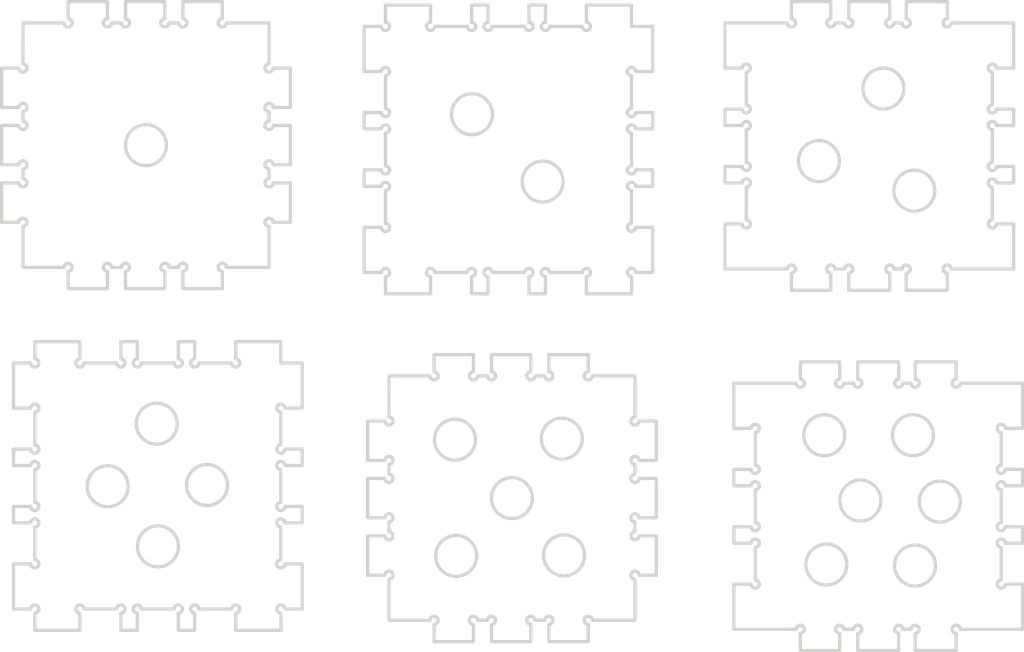
<source format=kicad_pcb>
(kicad_pcb (version 20171130) (host pcbnew "(5.1.2-1)-1")

  (general
    (thickness 1.6)
    (drawings 501)
    (tracks 0)
    (zones 0)
    (modules 0)
    (nets 1)
  )

  (page A4)
  (layers
    (0 F.Cu signal)
    (31 B.Cu signal)
    (32 B.Adhes user)
    (33 F.Adhes user)
    (34 B.Paste user)
    (35 F.Paste user)
    (36 B.SilkS user)
    (37 F.SilkS user)
    (38 B.Mask user)
    (39 F.Mask user)
    (40 Dwgs.User user)
    (41 Cmts.User user)
    (42 Eco1.User user)
    (43 Eco2.User user)
    (44 Edge.Cuts user)
    (45 Margin user)
    (46 B.CrtYd user)
    (47 F.CrtYd user)
    (48 B.Fab user)
    (49 F.Fab user)
  )

  (setup
    (last_trace_width 0.25)
    (trace_clearance 0.2)
    (zone_clearance 0.508)
    (zone_45_only no)
    (trace_min 0.2)
    (via_size 0.8)
    (via_drill 0.4)
    (via_min_size 0.4)
    (via_min_drill 0.3)
    (uvia_size 0.3)
    (uvia_drill 0.1)
    (uvias_allowed no)
    (uvia_min_size 0.2)
    (uvia_min_drill 0.1)
    (edge_width 0.05)
    (segment_width 0.2)
    (pcb_text_width 0.3)
    (pcb_text_size 1.5 1.5)
    (mod_edge_width 0.12)
    (mod_text_size 1 1)
    (mod_text_width 0.15)
    (pad_size 1.524 1.524)
    (pad_drill 0.762)
    (pad_to_mask_clearance 0.051)
    (solder_mask_min_width 0.25)
    (aux_axis_origin 60.96 111.76)
    (visible_elements FFFFFF7F)
    (pcbplotparams
      (layerselection 0x01000_7ffffffe)
      (usegerberextensions false)
      (usegerberattributes false)
      (usegerberadvancedattributes false)
      (creategerberjobfile false)
      (excludeedgelayer true)
      (linewidth 0.100000)
      (plotframeref false)
      (viasonmask false)
      (mode 1)
      (useauxorigin false)
      (hpglpennumber 1)
      (hpglpenspeed 20)
      (hpglpendiameter 15.000000)
      (psnegative false)
      (psa4output false)
      (plotreference true)
      (plotvalue true)
      (plotinvisibletext false)
      (padsonsilk false)
      (subtractmaskfromsilk false)
      (outputformat 1)
      (mirror false)
      (drillshape 0)
      (scaleselection 1)
      (outputdirectory "./dice5-15"))
  )

  (net 0 "")

  (net_class Default "This is the default net class."
    (clearance 0.2)
    (trace_width 0.25)
    (via_dia 0.8)
    (via_drill 0.4)
    (uvia_dia 0.3)
    (uvia_drill 0.1)
  )

  (gr_arc (start 113.984136 90.545166) (end 113.734136 90.545166) (angle -270) (layer Edge.Cuts) (width 0.2))
  (gr_line (start 113.984136 89.245166) (end 113.984136 90.295166) (layer Edge.Cuts) (width 0.2))
  (gr_line (start 113.984136 89.245166) (end 116.384136 89.245166) (layer Edge.Cuts) (width 0.2))
  (gr_line (start 116.384136 89.245166) (end 116.384136 90.295166) (layer Edge.Cuts) (width 0.2))
  (gr_arc (start 116.384136 90.545166) (end 116.384136 90.295166) (angle -270) (layer Edge.Cuts) (width 0.2))
  (gr_line (start 116.634136 90.545166) (end 117.234136 90.545166) (layer Edge.Cuts) (width 0.2))
  (gr_arc (start 126.234142 93.295166) (end 126.484142 93.295166) (angle -270.0000744) (layer Edge.Cuts) (width 0.2))
  (gr_line (start 126.484146 95.795166) (end 127.534142 95.795166) (layer Edge.Cuts) (width 0.2))
  (gr_line (start 127.534142 95.795166) (end 127.534142 96.79635) (layer Edge.Cuts) (width 0.2))
  (gr_line (start 126.481638 96.79635) (end 127.534142 96.79635) (layer Edge.Cuts) (width 0.2))
  (gr_arc (start 126.231638 96.79635) (end 126.481638 96.79635) (angle -270) (layer Edge.Cuts) (width 0.2))
  (gr_line (start 126.231638 97.04635) (end 126.231638 99.04635) (layer Edge.Cuts) (width 0.2))
  (gr_arc (start 126.231638 99.29635) (end 126.231638 99.04635) (angle -270) (layer Edge.Cuts) (width 0.2))
  (gr_line (start 126.481638 99.29635) (end 127.534142 99.29635) (layer Edge.Cuts) (width 0.2))
  (gr_line (start 127.534142 99.29635) (end 127.534142 100.29635) (layer Edge.Cuts) (width 0.2))
  (gr_line (start 126.481638 100.29635) (end 127.534142 100.29635) (layer Edge.Cuts) (width 0.2))
  (gr_arc (start 126.231638 100.29635) (end 126.481638 100.29635) (angle -270) (layer Edge.Cuts) (width 0.2))
  (gr_line (start 126.231638 100.54635) (end 126.231638 102.54635) (layer Edge.Cuts) (width 0.2))
  (gr_arc (start 126.231638 102.79635) (end 126.231638 102.54635) (angle -270) (layer Edge.Cuts) (width 0.2))
  (gr_line (start 126.481638 102.79635) (end 127.534142 102.79635) (layer Edge.Cuts) (width 0.2))
  (gr_line (start 127.534142 105.54635) (end 127.534142 102.79635) (layer Edge.Cuts) (width 0.2))
  (gr_line (start 123.731638 105.54635) (end 127.534142 105.54635) (layer Edge.Cuts) (width 0.2))
  (gr_line (start 120.981638 105.79635) (end 120.981638 106.84635) (layer Edge.Cuts) (width 0.2))
  (gr_arc (start 120.981638 105.54635) (end 120.981638 105.79635) (angle -270) (layer Edge.Cuts) (width 0.2))
  (gr_line (start 120.233647 105.54635) (end 120.731638 105.54635) (layer Edge.Cuts) (width 0.2))
  (gr_arc (start 119.983647 105.54635) (end 120.233647 105.54635) (angle -270) (layer Edge.Cuts) (width 0.2))
  (gr_line (start 119.983647 105.79635) (end 119.983647 106.84635) (layer Edge.Cuts) (width 0.2))
  (gr_line (start 117.483647 106.84635) (end 119.983647 106.84635) (layer Edge.Cuts) (width 0.2))
  (gr_line (start 117.483647 105.79635) (end 117.483647 106.84635) (layer Edge.Cuts) (width 0.2))
  (gr_arc (start 117.483647 105.54635) (end 117.483647 105.79635) (angle -270) (layer Edge.Cuts) (width 0.2))
  (gr_arc (start 123.484136 90.545166) (end 123.484136 90.295166) (angle -270) (layer Edge.Cuts) (width 0.2))
  (gr_line (start 123.734136 90.545166) (end 127.534142 90.545166) (layer Edge.Cuts) (width 0.2))
  (gr_circle (center 115.444238 93.714208) (end 116.694238 93.714208) (layer Edge.Cuts) (width 0.2))
  (gr_line (start 116.633647 105.54635) (end 117.233647 105.54635) (layer Edge.Cuts) (width 0.2))
  (gr_arc (start 116.383647 105.54635) (end 116.633647 105.54635) (angle -270) (layer Edge.Cuts) (width 0.2))
  (gr_line (start 116.383647 105.79635) (end 116.383647 106.84635) (layer Edge.Cuts) (width 0.2))
  (gr_circle (center 120.852022 93.714208) (end 122.102022 93.714208) (layer Edge.Cuts) (width 0.2))
  (gr_line (start 117.484136 89.245166) (end 119.984136 89.245166) (layer Edge.Cuts) (width 0.2))
  (gr_line (start 119.984136 89.245166) (end 119.984136 90.295166) (layer Edge.Cuts) (width 0.2))
  (gr_line (start 126.484142 93.295166) (end 127.534142 93.295166) (layer Edge.Cuts) (width 0.2))
  (gr_line (start 113.983647 106.84635) (end 116.383647 106.84635) (layer Edge.Cuts) (width 0.2))
  (gr_line (start 113.983647 105.79635) (end 113.983647 106.84635) (layer Edge.Cuts) (width 0.2))
  (gr_arc (start 113.983647 105.54635) (end 113.983647 105.79635) (angle -270) (layer Edge.Cuts) (width 0.2))
  (gr_line (start 111.231638 105.54635) (end 113.733647 105.54635) (layer Edge.Cuts) (width 0.2))
  (gr_line (start 109.931638 105.54635) (end 111.231638 105.54635) (layer Edge.Cuts) (width 0.2))
  (gr_line (start 109.931638 102.796349) (end 109.931638 105.54635) (layer Edge.Cuts) (width 0.2))
  (gr_line (start 110.981638 102.796349) (end 109.931638 102.796349) (layer Edge.Cuts) (width 0.2))
  (gr_arc (start 111.231638 102.796349) (end 110.981638 102.796349) (angle -269.9671035) (layer Edge.Cuts) (width 0.2))
  (gr_line (start 111.23293 100.546349) (end 111.231781 102.546349) (layer Edge.Cuts) (width 0.2))
  (gr_arc (start 111.233073 100.296349) (end 111.23293 100.546349) (angle -270.0328965) (layer Edge.Cuts) (width 0.2))
  (gr_line (start 110.983073 100.296349) (end 109.933073 100.296349) (layer Edge.Cuts) (width 0.2))
  (gr_line (start 109.933647 99.296349) (end 109.933073 100.296349) (layer Edge.Cuts) (width 0.2))
  (gr_line (start 110.983073 99.296349) (end 109.933647 99.296349) (layer Edge.Cuts) (width 0.2))
  (gr_arc (start 111.233073 99.296349) (end 110.983073 99.296349) (angle -270.0042339) (layer Edge.Cuts) (width 0.2))
  (gr_line (start 111.232907 97.046349) (end 111.233055 99.046349) (layer Edge.Cuts) (width 0.2))
  (gr_arc (start 126.234146 95.795166) (end 126.234145 95.545166) (angle -269.9999256) (layer Edge.Cuts) (width 0.2))
  (gr_line (start 126.234143 93.545166) (end 126.234145 95.545166) (layer Edge.Cuts) (width 0.2))
  (gr_line (start 110.981634 93.295166) (end 109.931638 93.295166) (layer Edge.Cuts) (width 0.2))
  (gr_line (start 109.931638 90.545166) (end 109.931638 93.295166) (layer Edge.Cuts) (width 0.2))
  (gr_line (start 109.931638 90.545166) (end 113.734136 90.545166) (layer Edge.Cuts) (width 0.2))
  (gr_arc (start 119.984136 90.545166) (end 119.984136 90.295166) (angle -270) (layer Edge.Cuts) (width 0.2))
  (gr_line (start 120.234136 90.545166) (end 120.734136 90.545166) (layer Edge.Cuts) (width 0.2))
  (gr_circle (center 120.977785 101.662881) (end 122.227785 101.662881) (layer Edge.Cuts) (width 0.2))
  (gr_arc (start 117.484136 90.545166) (end 117.234136 90.545166) (angle -270) (layer Edge.Cuts) (width 0.2))
  (gr_line (start 117.484136 89.245166) (end 117.484136 90.295166) (layer Edge.Cuts) (width 0.2))
  (gr_circle (center 122.486934 97.764246) (end 123.736934 97.764246) (layer Edge.Cuts) (width 0.2))
  (gr_line (start 120.984136 89.245166) (end 123.484136 89.245166) (layer Edge.Cuts) (width 0.2))
  (gr_line (start 123.484136 89.245166) (end 123.484136 90.295166) (layer Edge.Cuts) (width 0.2))
  (gr_line (start 127.534142 90.545166) (end 127.534142 93.295166) (layer Edge.Cuts) (width 0.2))
  (gr_arc (start 111.232888 96.796349) (end 111.232907 97.046349) (angle -269.9957661) (layer Edge.Cuts) (width 0.2))
  (gr_line (start 110.982888 96.796349) (end 109.932888 96.796349) (layer Edge.Cuts) (width 0.2))
  (gr_line (start 109.931638 95.796349) (end 109.932888 96.796349) (layer Edge.Cuts) (width 0.2))
  (gr_line (start 110.981638 95.796349) (end 109.931638 95.796349) (layer Edge.Cuts) (width 0.2))
  (gr_arc (start 111.231638 95.796349) (end 110.981638 95.796349) (angle -270.0000744) (layer Edge.Cuts) (width 0.2))
  (gr_line (start 111.231635 93.545166) (end 111.231637 95.546349) (layer Edge.Cuts) (width 0.2))
  (gr_arc (start 111.231634 93.295166) (end 111.231635 93.545166) (angle -269.9999256) (layer Edge.Cuts) (width 0.2))
  (gr_arc (start 120.984136 90.545166) (end 120.734136 90.545166) (angle -270) (layer Edge.Cuts) (width 0.2))
  (gr_line (start 120.984136 89.245166) (end 120.984136 90.295166) (layer Edge.Cuts) (width 0.2))
  (gr_arc (start 123.481638 105.54635) (end 123.731638 105.54635) (angle -270) (layer Edge.Cuts) (width 0.2))
  (gr_line (start 123.481638 105.79635) (end 123.481638 106.84635) (layer Edge.Cuts) (width 0.2))
  (gr_line (start 120.981638 106.84635) (end 123.481638 106.84635) (layer Edge.Cuts) (width 0.2))
  (gr_circle (center 117.64508 97.701365) (end 118.89508 97.701365) (layer Edge.Cuts) (width 0.2))
  (gr_circle (center 115.57 101.6) (end 116.82 101.6) (layer Edge.Cuts) (width 0.2))
  (gr_line (start 91.652501 106.3) (end 94.052501 106.3) (layer Edge.Cuts) (width 0.2))
  (gr_line (start 91.652501 105.25) (end 91.652501 106.3) (layer Edge.Cuts) (width 0.2))
  (gr_line (start 97.552501 88.800001) (end 97.552501 89.850001) (layer Edge.Cuts) (width 0.2))
  (gr_line (start 88.65 95.25) (end 87.6 95.25) (layer Edge.Cuts) (width 0.2))
  (gr_line (start 101.302501 90.100001) (end 103.902501 90.100001) (layer Edge.Cuts) (width 0.2))
  (gr_arc (start 101.052501 90.100001) (end 101.052501 89.850001) (angle -270) (layer Edge.Cuts) (width 0.2))
  (gr_line (start 95.152501 88.800001) (end 95.152501 89.850001) (layer Edge.Cuts) (width 0.2))
  (gr_line (start 88.65125 96.35) (end 87.60125 96.35) (layer Edge.Cuts) (width 0.2))
  (gr_arc (start 88.90125 96.35) (end 88.65125 96.35) (angle -270.0651423) (layer Edge.Cuts) (width 0.2))
  (gr_line (start 88.65 92.85) (end 87.6 92.85) (layer Edge.Cuts) (width 0.2))
  (gr_circle (center 92.92585 93.98749) (end 94.17585 93.98749) (layer Edge.Cuts) (width 0.2))
  (gr_line (start 88.902501 102.5) (end 88.902501 105) (layer Edge.Cuts) (width 0.2))
  (gr_arc (start 88.902501 102.25) (end 88.902501 102.5) (angle -270) (layer Edge.Cuts) (width 0.2))
  (gr_line (start 105.202501 92.85) (end 105.202501 95.25) (layer Edge.Cuts) (width 0.2))
  (gr_line (start 104.152501 95.25) (end 105.202501 95.25) (layer Edge.Cuts) (width 0.2))
  (gr_arc (start 103.902501 95.25) (end 104.152501 95.25) (angle -270) (layer Edge.Cuts) (width 0.2))
  (gr_line (start 103.902501 95.5) (end 103.902501 96.1) (layer Edge.Cuts) (width 0.2))
  (gr_arc (start 103.902501 96.35) (end 103.902501 96.1) (angle -270) (layer Edge.Cuts) (width 0.2))
  (gr_line (start 104.152501 96.35) (end 105.202501 96.35) (layer Edge.Cuts) (width 0.2))
  (gr_line (start 88.65125 98.75) (end 87.60125 98.75) (layer Edge.Cuts) (width 0.2))
  (gr_line (start 87.60125 98.75) (end 87.60125 96.35) (layer Edge.Cuts) (width 0.2))
  (gr_circle (center 93.000358 101.07259) (end 94.250358 101.07259) (layer Edge.Cuts) (width 0.2))
  (gr_circle (center 99.44034 93.92343) (end 100.69034 93.92343) (layer Edge.Cuts) (width 0.2))
  (gr_line (start 94.052501 88.800001) (end 94.052501 89.850001) (layer Edge.Cuts) (width 0.2))
  (gr_line (start 103.902501 90.100001) (end 103.902501 92.6) (layer Edge.Cuts) (width 0.2))
  (gr_arc (start 103.902501 92.85) (end 103.902501 92.6) (angle -270) (layer Edge.Cuts) (width 0.2))
  (gr_arc (start 91.652501 105) (end 91.652501 105.25) (angle -270) (layer Edge.Cuts) (width 0.2))
  (gr_line (start 88.902501 105) (end 91.402501 105) (layer Edge.Cuts) (width 0.2))
  (gr_line (start 88.901535 99) (end 88.902217 99.6) (layer Edge.Cuts) (width 0.2))
  (gr_arc (start 88.90125 98.75) (end 88.901535 99) (angle -269.9348577) (layer Edge.Cuts) (width 0.2))
  (gr_line (start 94.302501 90.100001) (end 94.902501 90.100001) (layer Edge.Cuts) (width 0.2))
  (gr_line (start 91.652501 88.800001) (end 94.052501 88.800001) (layer Edge.Cuts) (width 0.2))
  (gr_arc (start 94.052501 90.100001) (end 94.052501 89.850001) (angle -270) (layer Edge.Cuts) (width 0.2))
  (gr_line (start 87.6 95.25) (end 87.6 92.85) (layer Edge.Cuts) (width 0.2))
  (gr_circle (center 96.398723 97.549832) (end 97.648723 97.549832) (layer Edge.Cuts) (width 0.2))
  (gr_line (start 101.302501 105) (end 103.902501 105) (layer Edge.Cuts) (width 0.2))
  (gr_arc (start 101.052501 105) (end 101.302501 105) (angle -270) (layer Edge.Cuts) (width 0.2))
  (gr_line (start 101.052501 105.25) (end 101.052501 106.3) (layer Edge.Cuts) (width 0.2))
  (gr_line (start 98.652501 106.3) (end 101.052501 106.3) (layer Edge.Cuts) (width 0.2))
  (gr_line (start 98.652501 105.25) (end 98.652501 106.3) (layer Edge.Cuts) (width 0.2))
  (gr_arc (start 98.652501 105) (end 98.652501 105.25) (angle -270) (layer Edge.Cuts) (width 0.2))
  (gr_line (start 97.802501 105) (end 98.402501 105) (layer Edge.Cuts) (width 0.2))
  (gr_arc (start 97.552501 105) (end 97.802501 105) (angle -270) (layer Edge.Cuts) (width 0.2))
  (gr_line (start 97.552501 105.25) (end 97.552501 106.3) (layer Edge.Cuts) (width 0.2))
  (gr_line (start 103.902501 99) (end 103.902501 99.6) (layer Edge.Cuts) (width 0.2))
  (gr_arc (start 103.902501 99.85) (end 103.902501 99.6) (angle -270) (layer Edge.Cuts) (width 0.2))
  (gr_line (start 104.152501 99.85) (end 105.202501 99.85) (layer Edge.Cuts) (width 0.2))
  (gr_line (start 105.202501 99.85) (end 105.202501 102.25) (layer Edge.Cuts) (width 0.2))
  (gr_line (start 104.152501 102.25) (end 105.202501 102.25) (layer Edge.Cuts) (width 0.2))
  (gr_arc (start 103.902501 102.25) (end 104.152501 102.25) (angle -270) (layer Edge.Cuts) (width 0.2))
  (gr_line (start 103.902501 102.5) (end 103.902501 105) (layer Edge.Cuts) (width 0.2))
  (gr_line (start 101.052501 88.800001) (end 101.052501 89.850001) (layer Edge.Cuts) (width 0.2))
  (gr_line (start 88.652501 102.25) (end 87.602501 102.25) (layer Edge.Cuts) (width 0.2))
  (gr_line (start 87.602501 102.25) (end 87.602501 99.85) (layer Edge.Cuts) (width 0.2))
  (gr_line (start 104.152501 92.85) (end 105.202501 92.85) (layer Edge.Cuts) (width 0.2))
  (gr_line (start 105.202501 96.35) (end 105.202501 98.75) (layer Edge.Cuts) (width 0.2))
  (gr_line (start 104.152501 98.75) (end 105.202501 98.75) (layer Edge.Cuts) (width 0.2))
  (gr_arc (start 103.902501 98.75) (end 104.152501 98.75) (angle -270) (layer Edge.Cuts) (width 0.2))
  (gr_line (start 88.900284 95.5) (end 88.900966 96.1) (layer Edge.Cuts) (width 0.2))
  (gr_line (start 88.652501 99.85) (end 87.602501 99.85) (layer Edge.Cuts) (width 0.2))
  (gr_arc (start 88.902501 99.85) (end 88.652501 99.85) (angle -270.0651423) (layer Edge.Cuts) (width 0.2))
  (gr_line (start 88.902501 90.100001) (end 88.900227 92.6) (layer Edge.Cuts) (width 0.2))
  (gr_arc (start 88.9 92.85) (end 88.65 92.85) (angle -269.9478862) (layer Edge.Cuts) (width 0.2))
  (gr_line (start 97.802501 90.100001) (end 98.402501 90.100001) (layer Edge.Cuts) (width 0.2))
  (gr_line (start 98.652501 88.800001) (end 101.052501 88.800001) (layer Edge.Cuts) (width 0.2))
  (gr_arc (start 95.152501 90.100001) (end 94.902501 90.100001) (angle -270) (layer Edge.Cuts) (width 0.2))
  (gr_circle (center 99.575861 101.039908) (end 100.825861 101.039908) (layer Edge.Cuts) (width 0.2))
  (gr_line (start 95.152501 88.800001) (end 97.552501 88.800001) (layer Edge.Cuts) (width 0.2))
  (gr_arc (start 97.552501 90.100001) (end 97.552501 89.850001) (angle -270) (layer Edge.Cuts) (width 0.2))
  (gr_line (start 95.152501 106.3) (end 97.552501 106.3) (layer Edge.Cuts) (width 0.2))
  (gr_line (start 95.152501 105.25) (end 95.152501 106.3) (layer Edge.Cuts) (width 0.2))
  (gr_arc (start 91.652501 90.100001) (end 91.402501 90.100001) (angle -270) (layer Edge.Cuts) (width 0.2))
  (gr_arc (start 95.152501 105) (end 95.152501 105.25) (angle -270) (layer Edge.Cuts) (width 0.2))
  (gr_line (start 94.302501 105) (end 94.902501 105) (layer Edge.Cuts) (width 0.2))
  (gr_arc (start 94.052501 105) (end 94.302501 105) (angle -270) (layer Edge.Cuts) (width 0.2))
  (gr_line (start 94.052501 105.25) (end 94.052501 106.3) (layer Edge.Cuts) (width 0.2))
  (gr_line (start 91.652501 88.800001) (end 91.652501 89.850001) (layer Edge.Cuts) (width 0.2))
  (gr_line (start 88.902501 90.100001) (end 91.402501 90.100001) (layer Edge.Cuts) (width 0.2))
  (gr_line (start 98.652501 88.800001) (end 98.652501 89.850001) (layer Edge.Cuts) (width 0.2))
  (gr_arc (start 98.652501 90.100001) (end 98.402501 90.100001) (angle -270) (layer Edge.Cuts) (width 0.2))
  (gr_arc (start 88.9 95.25) (end 88.900284 95.5) (angle -269.9348577) (layer Edge.Cuts) (width 0.2))
  (gr_line (start 82.56 101.56) (end 83.61 101.56) (layer Edge.Cuts) (width 0.2))
  (gr_line (start 83.61 101.56) (end 83.61 104.310465) (layer Edge.Cuts) (width 0.2))
  (gr_line (start 83.61 104.310465) (end 82.56 104.310465) (layer Edge.Cuts) (width 0.2))
  (gr_arc (start 82.31 104.310465) (end 82.56 104.310465) (angle -270.8100721) (layer Edge.Cuts) (width 0.2))
  (gr_circle (center 74.744557 93.012568) (end 75.994557 93.012568) (layer Edge.Cuts) (width 0.2))
  (gr_line (start 67.31 101.31) (end 67.31 99.31) (layer Edge.Cuts) (width 0.2))
  (gr_line (start 67.06 98.060232) (end 66.01 98.060232) (layer Edge.Cuts) (width 0.2))
  (gr_line (start 67.31 97.810232) (end 67.31 95.810232) (layer Edge.Cuts) (width 0.2))
  (gr_line (start 79.560503 104.560465) (end 79.560503 105.610465) (layer Edge.Cuts) (width 0.2))
  (gr_arc (start 79.560503 104.310465) (end 79.560503 104.560465) (angle -270) (layer Edge.Cuts) (width 0.2))
  (gr_line (start 77.31 89.310466) (end 79.31 89.310466) (layer Edge.Cuts) (width 0.2))
  (gr_arc (start 79.56 89.310466) (end 79.31 89.310466) (angle -270) (layer Edge.Cuts) (width 0.2))
  (gr_line (start 79.56 88.010466) (end 79.56 89.060466) (layer Edge.Cuts) (width 0.2))
  (gr_line (start 79.56 88.010466) (end 82.31 88.010466) (layer Edge.Cuts) (width 0.2))
  (gr_line (start 82.31 88.010466) (end 82.31 89.310466) (layer Edge.Cuts) (width 0.2))
  (gr_line (start 83.61 89.310466) (end 82.31 89.310466) (layer Edge.Cuts) (width 0.2))
  (gr_line (start 83.61 92.060465) (end 83.61 89.310466) (layer Edge.Cuts) (width 0.2))
  (gr_line (start 70.31 104.310465) (end 72.310503 104.310465) (layer Edge.Cuts) (width 0.2))
  (gr_arc (start 67.31 98.060232) (end 67.06 98.060232) (angle -270) (layer Edge.Cuts) (width 0.2))
  (gr_line (start 70.06 105.610465) (end 67.310492 105.610465) (layer Edge.Cuts) (width 0.2))
  (gr_line (start 66.01 98.060232) (end 66.01 99.06) (layer Edge.Cuts) (width 0.2))
  (gr_circle (center 71.753406 96.826285) (end 73.003406 96.826285) (layer Edge.Cuts) (width 0.2))
  (gr_arc (start 67.31 101.56) (end 67.06 101.56) (angle -270) (layer Edge.Cuts) (width 0.2))
  (gr_arc (start 67.31 94.560465) (end 67.06 94.560465) (angle -270) (layer Edge.Cuts) (width 0.2))
  (gr_line (start 77.06 104.560465) (end 77.06 105.610465) (layer Edge.Cuts) (width 0.2))
  (gr_line (start 76.060503 105.610465) (end 77.06 105.610465) (layer Edge.Cuts) (width 0.2))
  (gr_line (start 72.560503 105.610465) (end 73.56 105.610465) (layer Edge.Cuts) (width 0.2))
  (gr_line (start 82.56 94.56) (end 83.61 94.56) (layer Edge.Cuts) (width 0.2))
  (gr_line (start 83.61 94.56) (end 83.61 95.560465) (layer Edge.Cuts) (width 0.2))
  (gr_line (start 82.56 95.560465) (end 83.61 95.560465) (layer Edge.Cuts) (width 0.2))
  (gr_arc (start 82.31 95.560465) (end 82.56 95.560465) (angle -270) (layer Edge.Cuts) (width 0.2))
  (gr_line (start 67.31 88.010466) (end 70.06 88.010466) (layer Edge.Cuts) (width 0.2))
  (gr_line (start 70.06 88.010466) (end 70.06 89.060466) (layer Edge.Cuts) (width 0.2))
  (gr_arc (start 70.06 89.310466) (end 70.06 89.060466) (angle -270) (layer Edge.Cuts) (width 0.2))
  (gr_line (start 82.31 99.310464) (end 82.31 101.31) (layer Edge.Cuts) (width 0.2))
  (gr_arc (start 82.31 101.56) (end 82.31 101.31) (angle -270) (layer Edge.Cuts) (width 0.2))
  (gr_line (start 72.560503 104.560465) (end 72.560503 105.610465) (layer Edge.Cuts) (width 0.2))
  (gr_arc (start 67.31 95.560232) (end 67.31 95.810232) (angle -270) (layer Edge.Cuts) (width 0.2))
  (gr_line (start 70.31 89.310466) (end 72.31 89.310466) (layer Edge.Cuts) (width 0.2))
  (gr_arc (start 72.56 89.310466) (end 72.31 89.310466) (angle -270) (layer Edge.Cuts) (width 0.2))
  (gr_line (start 72.56 88.010466) (end 72.56 89.060466) (layer Edge.Cuts) (width 0.2))
  (gr_line (start 73.56 88.010466) (end 72.56 88.010466) (layer Edge.Cuts) (width 0.2))
  (gr_arc (start 72.560503 104.310465) (end 72.560503 104.560465) (angle -270) (layer Edge.Cuts) (width 0.2))
  (gr_line (start 73.56 104.560465) (end 73.56 105.610465) (layer Edge.Cuts) (width 0.2))
  (gr_arc (start 67.31 104.310465) (end 67.310094 104.560465) (angle -269.9783273) (layer Edge.Cuts) (width 0.2))
  (gr_line (start 76.06 88.010466) (end 76.06 89.060466) (layer Edge.Cuts) (width 0.2))
  (gr_line (start 76.06 88.010466) (end 77.06 88.010466) (layer Edge.Cuts) (width 0.2))
  (gr_line (start 77.06 88.010466) (end 77.06 89.060466) (layer Edge.Cuts) (width 0.2))
  (gr_arc (start 77.06 89.310466) (end 77.06 89.060466) (angle -270) (layer Edge.Cuts) (width 0.2))
  (gr_line (start 67.06 104.310465) (end 66.01 104.310465) (layer Edge.Cuts) (width 0.2))
  (gr_line (start 82.31 95.810465) (end 82.31 97.81) (layer Edge.Cuts) (width 0.2))
  (gr_arc (start 82.31 98.06) (end 82.31 97.81) (angle -270) (layer Edge.Cuts) (width 0.2))
  (gr_line (start 67.06 99.06) (end 66.01 99.06) (layer Edge.Cuts) (width 0.2))
  (gr_line (start 77.31 104.310465) (end 79.310503 104.310465) (layer Edge.Cuts) (width 0.2))
  (gr_arc (start 77.06 104.310465) (end 77.31 104.310465) (angle -270) (layer Edge.Cuts) (width 0.2))
  (gr_line (start 67.06 101.56) (end 66.01 101.56) (layer Edge.Cuts) (width 0.2))
  (gr_line (start 73.81 104.310465) (end 75.810503 104.310465) (layer Edge.Cuts) (width 0.2))
  (gr_arc (start 73.56 104.310465) (end 73.81 104.310465) (angle -270) (layer Edge.Cuts) (width 0.2))
  (gr_line (start 73.56 88.010466) (end 73.56 89.060466) (layer Edge.Cuts) (width 0.2))
  (gr_arc (start 73.56 89.310466) (end 73.56 89.060466) (angle -270) (layer Edge.Cuts) (width 0.2))
  (gr_line (start 73.81 89.310466) (end 75.81 89.310466) (layer Edge.Cuts) (width 0.2))
  (gr_arc (start 76.06 89.310466) (end 75.81 89.310466) (angle -270) (layer Edge.Cuts) (width 0.2))
  (gr_line (start 82.56 98.06) (end 83.61 98.06) (layer Edge.Cuts) (width 0.2))
  (gr_line (start 83.61 98.06) (end 83.61 99.060464) (layer Edge.Cuts) (width 0.2))
  (gr_arc (start 70.06 104.310465) (end 70.31 104.310465) (angle -270) (layer Edge.Cuts) (width 0.2))
  (gr_line (start 67.310492 105.610465) (end 67.310094 104.560465) (layer Edge.Cuts) (width 0.2))
  (gr_line (start 82.328381 105.610465) (end 82.313534 104.56044) (layer Edge.Cuts) (width 0.2))
  (gr_line (start 79.560503 105.610465) (end 82.328381 105.610465) (layer Edge.Cuts) (width 0.2))
  (gr_line (start 82.56 99.060464) (end 83.61 99.060464) (layer Edge.Cuts) (width 0.2))
  (gr_arc (start 82.31 99.060464) (end 82.56 99.060464) (angle -270) (layer Edge.Cuts) (width 0.2))
  (gr_line (start 67.06 94.560465) (end 66.01 94.560465) (layer Edge.Cuts) (width 0.2))
  (gr_line (start 76.060503 104.560465) (end 76.060503 105.610465) (layer Edge.Cuts) (width 0.2))
  (gr_arc (start 76.060503 104.310465) (end 76.060503 104.560465) (angle -270) (layer Edge.Cuts) (width 0.2))
  (gr_line (start 67.31 92.310465) (end 67.31 94.310465) (layer Edge.Cuts) (width 0.2))
  (gr_arc (start 67.31 92.060465) (end 67.31 92.310465) (angle -270) (layer Edge.Cuts) (width 0.2))
  (gr_circle (center 77.810487 96.751506) (end 79.060487 96.751506) (layer Edge.Cuts) (width 0.2))
  (gr_line (start 82.56 92.060465) (end 83.61 92.060465) (layer Edge.Cuts) (width 0.2))
  (gr_arc (start 82.31 92.060465) (end 82.56 92.060465) (angle -270) (layer Edge.Cuts) (width 0.2))
  (gr_line (start 82.31 92.310465) (end 82.31 94.31) (layer Edge.Cuts) (width 0.2))
  (gr_arc (start 82.31 94.56) (end 82.31 94.31) (angle -270) (layer Edge.Cuts) (width 0.2))
  (gr_line (start 67.06 95.560232) (end 66.01 95.560232) (layer Edge.Cuts) (width 0.2))
  (gr_line (start 70.06 104.560465) (end 70.06 105.610465) (layer Edge.Cuts) (width 0.2))
  (gr_circle (center 74.819335 100.490445) (end 76.069335 100.490445) (layer Edge.Cuts) (width 0.2))
  (gr_line (start 67.06 92.060465) (end 66.01 92.060465) (layer Edge.Cuts) (width 0.2))
  (gr_line (start 66.01 92.060465) (end 66.01 89.310466) (layer Edge.Cuts) (width 0.2))
  (gr_line (start 66.01 89.310466) (end 67.06 89.310466) (layer Edge.Cuts) (width 0.2))
  (gr_arc (start 67.31 89.310466) (end 67.06 89.310466) (angle -270) (layer Edge.Cuts) (width 0.2))
  (gr_line (start 67.31 89.060466) (end 67.31 88.010466) (layer Edge.Cuts) (width 0.2))
  (gr_line (start 66.01 94.560465) (end 66.01 95.560232) (layer Edge.Cuts) (width 0.2))
  (gr_line (start 66.01 101.56) (end 66.01 104.310465) (layer Edge.Cuts) (width 0.2))
  (gr_arc (start 67.31 99.06) (end 67.31 99.31) (angle -270) (layer Edge.Cuts) (width 0.2))
  (gr_line (start 120.44 67.28) (end 122.94 67.28) (layer Edge.Cuts) (width 0.2))
  (gr_line (start 116.94 67.28) (end 116.94 68.33) (layer Edge.Cuts) (width 0.2))
  (gr_line (start 116.94 67.28) (end 119.44 67.28) (layer Edge.Cuts) (width 0.2))
  (gr_arc (start 125.69001 73.830001) (end 125.690009 73.580001) (angle -269.9999256) (layer Edge.Cuts) (width 0.2))
  (gr_line (start 119.44 67.28) (end 119.44 68.33) (layer Edge.Cuts) (width 0.2))
  (gr_arc (start 119.44 68.58) (end 119.44 68.33) (angle -270) (layer Edge.Cuts) (width 0.2))
  (gr_circle (center 119.047983 72.577361) (end 120.297983 72.577361) (layer Edge.Cuts) (width 0.2))
  (gr_arc (start 122.94 68.58) (end 122.94 68.33) (angle -270) (layer Edge.Cuts) (width 0.2))
  (gr_line (start 125.690007 71.58) (end 125.690009 73.580001) (layer Edge.Cuts) (width 0.2))
  (gr_line (start 125.940006 71.33) (end 126.990006 71.33) (layer Edge.Cuts) (width 0.2))
  (gr_line (start 126.990006 68.58) (end 126.990006 71.33) (layer Edge.Cuts) (width 0.2))
  (gr_line (start 125.94001 73.830001) (end 126.990006 73.830001) (layer Edge.Cuts) (width 0.2))
  (gr_line (start 126.990006 73.830001) (end 126.990006 74.831185) (layer Edge.Cuts) (width 0.2))
  (gr_line (start 125.937502 74.831185) (end 126.990006 74.831185) (layer Edge.Cuts) (width 0.2))
  (gr_arc (start 125.687502 74.831185) (end 125.937502 74.831185) (angle -270) (layer Edge.Cuts) (width 0.2))
  (gr_line (start 125.687502 75.081185) (end 125.687502 77.081185) (layer Edge.Cuts) (width 0.2))
  (gr_arc (start 125.687502 77.331185) (end 125.687502 77.081185) (angle -270) (layer Edge.Cuts) (width 0.2))
  (gr_line (start 125.937502 77.331185) (end 126.990006 77.331185) (layer Edge.Cuts) (width 0.2))
  (gr_line (start 126.990006 77.331185) (end 126.990006 78.331185) (layer Edge.Cuts) (width 0.2))
  (gr_line (start 125.937502 78.331185) (end 126.990006 78.331185) (layer Edge.Cuts) (width 0.2))
  (gr_arc (start 125.687502 78.331185) (end 125.937502 78.331185) (angle -270) (layer Edge.Cuts) (width 0.2))
  (gr_line (start 125.687502 78.581185) (end 125.687502 80.581185) (layer Edge.Cuts) (width 0.2))
  (gr_arc (start 125.687502 80.831185) (end 125.687502 80.581185) (angle -270) (layer Edge.Cuts) (width 0.2))
  (gr_line (start 125.937502 80.831185) (end 126.990006 80.831185) (layer Edge.Cuts) (width 0.2))
  (gr_line (start 126.990006 83.581185) (end 126.990006 80.831185) (layer Edge.Cuts) (width 0.2))
  (gr_line (start 123.187502 83.581185) (end 126.990006 83.581185) (layer Edge.Cuts) (width 0.2))
  (gr_arc (start 122.937502 83.581185) (end 123.187502 83.581185) (angle -270) (layer Edge.Cuts) (width 0.2))
  (gr_line (start 122.937502 83.831185) (end 122.937502 84.881185) (layer Edge.Cuts) (width 0.2))
  (gr_line (start 120.437502 84.881185) (end 122.937502 84.881185) (layer Edge.Cuts) (width 0.2))
  (gr_line (start 116.09 68.58) (end 116.69 68.58) (layer Edge.Cuts) (width 0.2))
  (gr_arc (start 116.94 68.58) (end 116.69 68.58) (angle -270) (layer Edge.Cuts) (width 0.2))
  (gr_line (start 122.94 67.28) (end 122.94 68.33) (layer Edge.Cuts) (width 0.2))
  (gr_line (start 116.089511 83.581185) (end 116.689511 83.581185) (layer Edge.Cuts) (width 0.2))
  (gr_arc (start 115.839511 83.581185) (end 116.089511 83.581185) (angle -270) (layer Edge.Cuts) (width 0.2))
  (gr_line (start 115.839511 83.831185) (end 115.839511 84.881185) (layer Edge.Cuts) (width 0.2))
  (gr_line (start 113.439511 84.881185) (end 115.839511 84.881185) (layer Edge.Cuts) (width 0.2))
  (gr_circle (center 115.115154 77.001962) (end 116.365154 77.001962) (layer Edge.Cuts) (width 0.2))
  (gr_line (start 119.69 68.58) (end 120.19 68.58) (layer Edge.Cuts) (width 0.2))
  (gr_arc (start 120.44 68.58) (end 120.19 68.58) (angle -270) (layer Edge.Cuts) (width 0.2))
  (gr_line (start 116.939511 84.881185) (end 119.439511 84.881185) (layer Edge.Cuts) (width 0.2))
  (gr_line (start 116.939511 83.831185) (end 116.939511 84.881185) (layer Edge.Cuts) (width 0.2))
  (gr_arc (start 116.939511 83.581185) (end 116.939511 83.831185) (angle -270) (layer Edge.Cuts) (width 0.2))
  (gr_circle (center 120.93442 78.8026) (end 122.18442 78.8026) (layer Edge.Cuts) (width 0.2))
  (gr_arc (start 110.687502 80.831184) (end 110.437502 80.831184) (angle -269.9671035) (layer Edge.Cuts) (width 0.2))
  (gr_line (start 110.688794 78.581184) (end 110.687645 80.581184) (layer Edge.Cuts) (width 0.2))
  (gr_arc (start 110.688937 78.331184) (end 110.688794 78.581184) (angle -270.0328965) (layer Edge.Cuts) (width 0.2))
  (gr_line (start 110.438937 78.331184) (end 109.388937 78.331184) (layer Edge.Cuts) (width 0.2))
  (gr_line (start 109.389511 77.331184) (end 109.388937 78.331184) (layer Edge.Cuts) (width 0.2))
  (gr_line (start 110.438937 77.331184) (end 109.389511 77.331184) (layer Edge.Cuts) (width 0.2))
  (gr_arc (start 110.688937 77.331184) (end 110.438937 77.331184) (angle -270.0042339) (layer Edge.Cuts) (width 0.2))
  (gr_line (start 110.688771 75.081184) (end 110.688919 77.081184) (layer Edge.Cuts) (width 0.2))
  (gr_arc (start 110.688752 74.831184) (end 110.688771 75.081184) (angle -269.9957661) (layer Edge.Cuts) (width 0.2))
  (gr_line (start 110.438752 74.831184) (end 109.388752 74.831184) (layer Edge.Cuts) (width 0.2))
  (gr_line (start 109.387502 73.831184) (end 109.388752 74.831184) (layer Edge.Cuts) (width 0.2))
  (gr_line (start 110.437502 73.831184) (end 109.387502 73.831184) (layer Edge.Cuts) (width 0.2))
  (gr_arc (start 110.687502 73.831184) (end 110.437502 73.831184) (angle -270.0000744) (layer Edge.Cuts) (width 0.2))
  (gr_line (start 110.687499 71.58) (end 110.687501 73.581184) (layer Edge.Cuts) (width 0.2))
  (gr_arc (start 110.687498 71.33) (end 110.687499 71.58) (angle -269.9999256) (layer Edge.Cuts) (width 0.2))
  (gr_line (start 110.437498 71.33) (end 109.387502 71.33) (layer Edge.Cuts) (width 0.2))
  (gr_line (start 109.387502 68.58) (end 109.387502 71.33) (layer Edge.Cuts) (width 0.2))
  (gr_line (start 109.387502 68.58) (end 113.19 68.58) (layer Edge.Cuts) (width 0.2))
  (gr_arc (start 113.44 68.58) (end 113.19 68.58) (angle -270) (layer Edge.Cuts) (width 0.2))
  (gr_line (start 120.44 67.28) (end 120.44 68.33) (layer Edge.Cuts) (width 0.2))
  (gr_line (start 113.44 67.28) (end 113.44 68.33) (layer Edge.Cuts) (width 0.2))
  (gr_line (start 113.44 67.28) (end 115.84 67.28) (layer Edge.Cuts) (width 0.2))
  (gr_line (start 115.84 67.28) (end 115.84 68.33) (layer Edge.Cuts) (width 0.2))
  (gr_arc (start 115.84 68.58) (end 115.84 68.33) (angle -270) (layer Edge.Cuts) (width 0.2))
  (gr_line (start 113.439511 83.831185) (end 113.439511 84.881185) (layer Edge.Cuts) (width 0.2))
  (gr_arc (start 113.439511 83.581185) (end 113.439511 83.831185) (angle -270) (layer Edge.Cuts) (width 0.2))
  (gr_line (start 110.687502 83.581185) (end 113.189511 83.581185) (layer Edge.Cuts) (width 0.2))
  (gr_line (start 109.387502 83.581185) (end 110.687502 83.581185) (layer Edge.Cuts) (width 0.2))
  (gr_line (start 109.387502 80.831184) (end 109.387502 83.581185) (layer Edge.Cuts) (width 0.2))
  (gr_line (start 110.437502 80.831184) (end 109.387502 80.831184) (layer Edge.Cuts) (width 0.2))
  (gr_arc (start 125.690006 71.33) (end 125.940006 71.33) (angle -270.0000744) (layer Edge.Cuts) (width 0.2))
  (gr_line (start 120.437502 83.831185) (end 120.437502 84.881185) (layer Edge.Cuts) (width 0.2))
  (gr_arc (start 120.437502 83.581185) (end 120.437502 83.831185) (angle -270) (layer Edge.Cuts) (width 0.2))
  (gr_line (start 119.689511 83.581185) (end 120.187502 83.581185) (layer Edge.Cuts) (width 0.2))
  (gr_arc (start 119.439511 83.581185) (end 119.689511 83.581185) (angle -270) (layer Edge.Cuts) (width 0.2))
  (gr_line (start 119.439511 83.831185) (end 119.439511 84.881185) (layer Edge.Cuts) (width 0.2))
  (gr_line (start 123.19 68.58) (end 126.990006 68.58) (layer Edge.Cuts) (width 0.2))
  (gr_arc (start 98.44 68.79) (end 98.44 68.54) (angle -270) (layer Edge.Cuts) (width 0.2))
  (gr_line (start 98.69 68.79) (end 100.69 68.79) (layer Edge.Cuts) (width 0.2))
  (gr_arc (start 100.94 68.79) (end 100.69 68.79) (angle -270) (layer Edge.Cuts) (width 0.2))
  (gr_line (start 100.94 67.49) (end 100.94 68.54) (layer Edge.Cuts) (width 0.2))
  (gr_line (start 88.44 77.539767) (end 87.39 77.539767) (layer Edge.Cuts) (width 0.2))
  (gr_line (start 88.69 80.789535) (end 88.69 78.789535) (layer Edge.Cuts) (width 0.2))
  (gr_arc (start 88.69 78.539535) (end 88.69 78.789535) (angle -270) (layer Edge.Cuts) (width 0.2))
  (gr_line (start 93.940503 84.04) (end 93.940503 85.09) (layer Edge.Cuts) (width 0.2))
  (gr_arc (start 93.940503 83.79) (end 93.940503 84.04) (angle -270) (layer Edge.Cuts) (width 0.2))
  (gr_line (start 87.39 74.04) (end 87.39 75.039767) (layer Edge.Cuts) (width 0.2))
  (gr_line (start 88.44 74.04) (end 87.39 74.04) (layer Edge.Cuts) (width 0.2))
  (gr_line (start 100.940503 84.04) (end 100.940503 85.09) (layer Edge.Cuts) (width 0.2))
  (gr_arc (start 100.940503 83.79) (end 100.940503 84.04) (angle -270) (layer Edge.Cuts) (width 0.2))
  (gr_line (start 94.94 84.04) (end 94.94 85.09) (layer Edge.Cuts) (width 0.2))
  (gr_line (start 93.940503 85.09) (end 94.94 85.09) (layer Edge.Cuts) (width 0.2))
  (gr_line (start 88.44 75.039767) (end 87.39 75.039767) (layer Edge.Cuts) (width 0.2))
  (gr_line (start 88.44 78.539535) (end 87.39 78.539535) (layer Edge.Cuts) (width 0.2))
  (gr_line (start 104.99 83.79) (end 103.94 83.79) (layer Edge.Cuts) (width 0.2))
  (gr_arc (start 103.69 83.79) (end 103.94 83.79) (angle -270.8100721) (layer Edge.Cuts) (width 0.2))
  (gr_line (start 100.94 67.49) (end 103.69 67.49) (layer Edge.Cuts) (width 0.2))
  (gr_line (start 103.69 67.49) (end 103.69 68.79) (layer Edge.Cuts) (width 0.2))
  (gr_line (start 104.99 68.79) (end 103.69 68.79) (layer Edge.Cuts) (width 0.2))
  (gr_line (start 104.99 71.54) (end 104.99 68.79) (layer Edge.Cuts) (width 0.2))
  (gr_line (start 87.39 77.539767) (end 87.39 78.539535) (layer Edge.Cuts) (width 0.2))
  (gr_line (start 97.440503 84.04) (end 97.440503 85.09) (layer Edge.Cuts) (width 0.2))
  (gr_arc (start 97.440503 83.79) (end 97.440503 84.04) (angle -270) (layer Edge.Cuts) (width 0.2))
  (gr_line (start 98.44 84.04) (end 98.44 85.09) (layer Edge.Cuts) (width 0.2))
  (gr_line (start 97.440503 85.09) (end 98.44 85.09) (layer Edge.Cuts) (width 0.2))
  (gr_circle (center 93.962767 74.144109) (end 95.212767 74.144109) (layer Edge.Cuts) (width 0.2))
  (gr_arc (start 88.69 74.04) (end 88.44 74.04) (angle -270) (layer Edge.Cuts) (width 0.2))
  (gr_line (start 88.690492 85.09) (end 88.690094 84.04) (layer Edge.Cuts) (width 0.2))
  (gr_arc (start 88.69 83.79) (end 88.690094 84.04) (angle -269.9783273) (layer Edge.Cuts) (width 0.2))
  (gr_line (start 103.94 75.04) (end 104.99 75.04) (layer Edge.Cuts) (width 0.2))
  (gr_arc (start 103.69 75.04) (end 103.94 75.04) (angle -270) (layer Edge.Cuts) (width 0.2))
  (gr_line (start 103.69 75.29) (end 103.69 77.289535) (layer Edge.Cuts) (width 0.2))
  (gr_arc (start 103.69 77.539535) (end 103.69 77.289535) (angle -270) (layer Edge.Cuts) (width 0.2))
  (gr_line (start 103.94 77.539535) (end 104.99 77.539535) (layer Edge.Cuts) (width 0.2))
  (gr_line (start 104.99 77.539535) (end 104.99 78.539999) (layer Edge.Cuts) (width 0.2))
  (gr_line (start 98.69 83.79) (end 100.690503 83.79) (layer Edge.Cuts) (width 0.2))
  (gr_arc (start 98.44 83.79) (end 98.69 83.79) (angle -270) (layer Edge.Cuts) (width 0.2))
  (gr_circle (center 98.273442 78.250642) (end 99.523442 78.250642) (layer Edge.Cuts) (width 0.2))
  (gr_line (start 103.94 71.54) (end 104.99 71.54) (layer Edge.Cuts) (width 0.2))
  (gr_arc (start 103.69 71.54) (end 103.94 71.54) (angle -270) (layer Edge.Cuts) (width 0.2))
  (gr_line (start 103.69 71.79) (end 103.69 73.789535) (layer Edge.Cuts) (width 0.2))
  (gr_arc (start 103.69 74.039535) (end 103.69 73.789535) (angle -270) (layer Edge.Cuts) (width 0.2))
  (gr_line (start 103.94 74.039535) (end 104.99 74.039535) (layer Edge.Cuts) (width 0.2))
  (gr_line (start 104.99 74.039535) (end 104.99 75.04) (layer Edge.Cuts) (width 0.2))
  (gr_line (start 95.19 83.79) (end 97.190503 83.79) (layer Edge.Cuts) (width 0.2))
  (gr_arc (start 94.94 83.79) (end 95.19 83.79) (angle -270) (layer Edge.Cuts) (width 0.2))
  (gr_arc (start 88.69 77.539767) (end 88.44 77.539767) (angle -270) (layer Edge.Cuts) (width 0.2))
  (gr_line (start 103.94 78.539999) (end 104.99 78.539999) (layer Edge.Cuts) (width 0.2))
  (gr_arc (start 103.69 78.539999) (end 103.94 78.539999) (angle -270) (layer Edge.Cuts) (width 0.2))
  (gr_line (start 103.69 78.789999) (end 103.69 80.789535) (layer Edge.Cuts) (width 0.2))
  (gr_line (start 88.69 71.79) (end 88.69 73.79) (layer Edge.Cuts) (width 0.2))
  (gr_arc (start 88.69 71.54) (end 88.69 71.79) (angle -270) (layer Edge.Cuts) (width 0.2))
  (gr_line (start 88.44 71.54) (end 87.39 71.54) (layer Edge.Cuts) (width 0.2))
  (gr_line (start 87.39 71.54) (end 87.39 68.79) (layer Edge.Cuts) (width 0.2))
  (gr_line (start 87.39 68.79) (end 88.44 68.79) (layer Edge.Cuts) (width 0.2))
  (gr_arc (start 88.69 68.79) (end 88.44 68.79) (angle -270) (layer Edge.Cuts) (width 0.2))
  (gr_line (start 88.69 68.54) (end 88.69 67.49) (layer Edge.Cuts) (width 0.2))
  (gr_line (start 88.69 67.49) (end 91.44 67.49) (layer Edge.Cuts) (width 0.2))
  (gr_line (start 91.44 67.49) (end 91.44 68.54) (layer Edge.Cuts) (width 0.2))
  (gr_arc (start 91.44 68.79) (end 91.44 68.54) (angle -270) (layer Edge.Cuts) (width 0.2))
  (gr_line (start 91.69 68.79) (end 93.69 68.79) (layer Edge.Cuts) (width 0.2))
  (gr_arc (start 93.94 68.79) (end 93.69 68.79) (angle -270) (layer Edge.Cuts) (width 0.2))
  (gr_line (start 93.94 67.49) (end 93.94 68.54) (layer Edge.Cuts) (width 0.2))
  (gr_line (start 94.94 67.49) (end 93.94 67.49) (layer Edge.Cuts) (width 0.2))
  (gr_line (start 94.94 67.49) (end 94.94 68.54) (layer Edge.Cuts) (width 0.2))
  (gr_arc (start 94.94 68.79) (end 94.94 68.54) (angle -270) (layer Edge.Cuts) (width 0.2))
  (gr_line (start 95.19 68.79) (end 97.19 68.79) (layer Edge.Cuts) (width 0.2))
  (gr_arc (start 97.44 68.79) (end 97.19 68.79) (angle -270) (layer Edge.Cuts) (width 0.2))
  (gr_line (start 97.44 67.49) (end 97.44 68.54) (layer Edge.Cuts) (width 0.2))
  (gr_line (start 97.44 67.49) (end 98.44 67.49) (layer Edge.Cuts) (width 0.2))
  (gr_line (start 98.44 67.49) (end 98.44 68.54) (layer Edge.Cuts) (width 0.2))
  (gr_line (start 103.708381 85.09) (end 103.693534 84.039975) (layer Edge.Cuts) (width 0.2))
  (gr_line (start 100.940503 85.09) (end 103.708381 85.09) (layer Edge.Cuts) (width 0.2))
  (gr_arc (start 103.69 81.039535) (end 103.69 80.789535) (angle -270) (layer Edge.Cuts) (width 0.2))
  (gr_line (start 103.94 81.039535) (end 104.99 81.039535) (layer Edge.Cuts) (width 0.2))
  (gr_line (start 104.99 81.039535) (end 104.99 83.79) (layer Edge.Cuts) (width 0.2))
  (gr_arc (start 88.69 75.039767) (end 88.69 75.289767) (angle -270) (layer Edge.Cuts) (width 0.2))
  (gr_line (start 88.44 81.039535) (end 87.39 81.039535) (layer Edge.Cuts) (width 0.2))
  (gr_arc (start 88.69 81.039535) (end 88.44 81.039535) (angle -270) (layer Edge.Cuts) (width 0.2))
  (gr_line (start 88.69 77.289767) (end 88.69 75.289767) (layer Edge.Cuts) (width 0.2))
  (gr_line (start 88.44 83.79) (end 87.39 83.79) (layer Edge.Cuts) (width 0.2))
  (gr_line (start 87.39 81.039535) (end 87.39 83.79) (layer Edge.Cuts) (width 0.2))
  (gr_line (start 91.69 83.79) (end 93.690503 83.79) (layer Edge.Cuts) (width 0.2))
  (gr_arc (start 91.44 83.79) (end 91.69 83.79) (angle -270) (layer Edge.Cuts) (width 0.2))
  (gr_line (start 91.44 84.04) (end 91.44 85.09) (layer Edge.Cuts) (width 0.2))
  (gr_line (start 91.44 85.09) (end 88.690492 85.09) (layer Edge.Cuts) (width 0.2))
  (gr_line (start 71.74 67.28) (end 71.74 68.33) (layer Edge.Cuts) (width 0.2))
  (gr_arc (start 69.34 83.48) (end 69.34 83.73) (angle -270) (layer Edge.Cuts) (width 0.2))
  (gr_line (start 66.59 83.48) (end 69.09 83.48) (layer Edge.Cuts) (width 0.2))
  (gr_line (start 66.59 80.98) (end 66.59 83.48) (layer Edge.Cuts) (width 0.2))
  (gr_arc (start 66.59 80.73) (end 66.59 80.98) (angle -270) (layer Edge.Cuts) (width 0.2))
  (gr_line (start 66.34 80.73) (end 65.29 80.73) (layer Edge.Cuts) (width 0.2))
  (gr_line (start 65.29 80.73) (end 65.29 78.33) (layer Edge.Cuts) (width 0.2))
  (gr_line (start 66.34 78.33) (end 65.29 78.33) (layer Edge.Cuts) (width 0.2))
  (gr_arc (start 66.59 78.33) (end 66.34 78.33) (angle -270.0651423) (layer Edge.Cuts) (width 0.2))
  (gr_line (start 75.49 68.58) (end 76.09 68.58) (layer Edge.Cuts) (width 0.2))
  (gr_line (start 72.84 84.78) (end 75.24 84.78) (layer Edge.Cuts) (width 0.2))
  (gr_line (start 72.84 83.73) (end 72.84 84.78) (layer Edge.Cuts) (width 0.2))
  (gr_arc (start 72.84 83.48) (end 72.84 83.73) (angle -270) (layer Edge.Cuts) (width 0.2))
  (gr_line (start 71.99 83.48) (end 72.59 83.48) (layer Edge.Cuts) (width 0.2))
  (gr_line (start 81.84 71.33) (end 82.89 71.33) (layer Edge.Cuts) (width 0.2))
  (gr_line (start 82.89 71.33) (end 82.89 73.73) (layer Edge.Cuts) (width 0.2))
  (gr_line (start 81.84 73.73) (end 82.89 73.73) (layer Edge.Cuts) (width 0.2))
  (gr_arc (start 81.59 73.73) (end 81.84 73.73) (angle -270) (layer Edge.Cuts) (width 0.2))
  (gr_line (start 81.59 73.98) (end 81.59 74.58) (layer Edge.Cuts) (width 0.2))
  (gr_arc (start 81.59 74.83) (end 81.59 74.58) (angle -270) (layer Edge.Cuts) (width 0.2))
  (gr_line (start 81.84 74.83) (end 82.89 74.83) (layer Edge.Cuts) (width 0.2))
  (gr_line (start 82.89 74.83) (end 82.89 77.23) (layer Edge.Cuts) (width 0.2))
  (gr_line (start 81.84 77.23) (end 82.89 77.23) (layer Edge.Cuts) (width 0.2))
  (gr_arc (start 81.59 77.23) (end 81.84 77.23) (angle -270) (layer Edge.Cuts) (width 0.2))
  (gr_line (start 81.59 77.48) (end 81.59 78.08) (layer Edge.Cuts) (width 0.2))
  (gr_arc (start 81.59 78.33) (end 81.59 78.08) (angle -270) (layer Edge.Cuts) (width 0.2))
  (gr_line (start 81.84 78.33) (end 82.89 78.33) (layer Edge.Cuts) (width 0.2))
  (gr_line (start 82.89 78.33) (end 82.89 80.73) (layer Edge.Cuts) (width 0.2))
  (gr_line (start 81.84 80.73) (end 82.89 80.73) (layer Edge.Cuts) (width 0.2))
  (gr_arc (start 81.59 80.73) (end 81.84 80.73) (angle -270) (layer Edge.Cuts) (width 0.2))
  (gr_line (start 81.59 80.98) (end 81.59 83.48) (layer Edge.Cuts) (width 0.2))
  (gr_line (start 78.99 83.48) (end 81.59 83.48) (layer Edge.Cuts) (width 0.2))
  (gr_arc (start 78.74 83.48) (end 78.99 83.48) (angle -270) (layer Edge.Cuts) (width 0.2))
  (gr_line (start 78.74 83.73) (end 78.74 84.78) (layer Edge.Cuts) (width 0.2))
  (gr_line (start 76.34 84.78) (end 78.74 84.78) (layer Edge.Cuts) (width 0.2))
  (gr_line (start 76.34 83.73) (end 76.34 84.78) (layer Edge.Cuts) (width 0.2))
  (gr_arc (start 76.34 83.48) (end 76.34 83.73) (angle -270) (layer Edge.Cuts) (width 0.2))
  (gr_line (start 75.49 83.48) (end 76.09 83.48) (layer Edge.Cuts) (width 0.2))
  (gr_arc (start 75.24 83.48) (end 75.49 83.48) (angle -270) (layer Edge.Cuts) (width 0.2))
  (gr_line (start 75.24 83.73) (end 75.24 84.78) (layer Edge.Cuts) (width 0.2))
  (gr_arc (start 81.59 71.33) (end 81.59 71.08) (angle -270) (layer Edge.Cuts) (width 0.2))
  (gr_line (start 78.99 68.58) (end 81.59 68.58) (layer Edge.Cuts) (width 0.2))
  (gr_line (start 75.24 67.28) (end 75.24 68.33) (layer Edge.Cuts) (width 0.2))
  (gr_arc (start 75.24 68.58) (end 75.24 68.33) (angle -270) (layer Edge.Cuts) (width 0.2))
  (gr_arc (start 71.74 68.58) (end 71.74 68.33) (angle -270) (layer Edge.Cuts) (width 0.2))
  (gr_line (start 65.288749 77.23) (end 65.288749 74.83) (layer Edge.Cuts) (width 0.2))
  (gr_line (start 66.338749 74.83) (end 65.288749 74.83) (layer Edge.Cuts) (width 0.2))
  (gr_arc (start 66.588749 74.83) (end 66.338749 74.83) (angle -270.0651423) (layer Edge.Cuts) (width 0.2))
  (gr_line (start 66.587783 73.98) (end 66.588465 74.58) (layer Edge.Cuts) (width 0.2))
  (gr_line (start 78.74 67.28) (end 78.74 68.33) (layer Edge.Cuts) (width 0.2))
  (gr_line (start 76.34 67.28) (end 76.34 68.33) (layer Edge.Cuts) (width 0.2))
  (gr_line (start 65.287499 73.73) (end 65.287499 71.33) (layer Edge.Cuts) (width 0.2))
  (gr_line (start 66.337499 71.33) (end 65.287499 71.33) (layer Edge.Cuts) (width 0.2))
  (gr_line (start 66.59 68.58) (end 69.09 68.58) (layer Edge.Cuts) (width 0.2))
  (gr_line (start 76.34 67.28) (end 78.74 67.28) (layer Edge.Cuts) (width 0.2))
  (gr_line (start 71.99 68.58) (end 72.59 68.58) (layer Edge.Cuts) (width 0.2))
  (gr_line (start 72.84 67.28) (end 75.24 67.28) (layer Edge.Cuts) (width 0.2))
  (gr_arc (start 69.34 68.58) (end 69.09 68.58) (angle -270) (layer Edge.Cuts) (width 0.2))
  (gr_arc (start 66.587499 71.33) (end 66.337499 71.33) (angle -269.9478862) (layer Edge.Cuts) (width 0.2))
  (gr_line (start 66.59 68.58) (end 66.587726 71.08) (layer Edge.Cuts) (width 0.2))
  (gr_line (start 72.84 67.28) (end 72.84 68.33) (layer Edge.Cuts) (width 0.2))
  (gr_arc (start 72.84 68.58) (end 72.59 68.58) (angle -270) (layer Edge.Cuts) (width 0.2))
  (gr_arc (start 71.74 83.48) (end 71.99 83.48) (angle -270) (layer Edge.Cuts) (width 0.2))
  (gr_line (start 71.74 83.73) (end 71.74 84.78) (layer Edge.Cuts) (width 0.2))
  (gr_line (start 69.34 84.78) (end 71.74 84.78) (layer Edge.Cuts) (width 0.2))
  (gr_line (start 69.34 83.73) (end 69.34 84.78) (layer Edge.Cuts) (width 0.2))
  (gr_arc (start 66.587499 73.73) (end 66.587783 73.98) (angle -269.9348577) (layer Edge.Cuts) (width 0.2))
  (gr_line (start 66.337499 73.73) (end 65.287499 73.73) (layer Edge.Cuts) (width 0.2))
  (gr_line (start 69.34 67.28) (end 69.34 68.33) (layer Edge.Cuts) (width 0.2))
  (gr_line (start 66.589034 77.48) (end 66.589716 78.08) (layer Edge.Cuts) (width 0.2))
  (gr_arc (start 66.588749 77.23) (end 66.589034 77.48) (angle -269.9348577) (layer Edge.Cuts) (width 0.2))
  (gr_line (start 66.338749 77.23) (end 65.288749 77.23) (layer Edge.Cuts) (width 0.2))
  (gr_circle (center 74.086222 76.029832) (end 75.336222 76.029832) (layer Edge.Cuts) (width 0.2))
  (gr_line (start 69.34 67.28) (end 71.74 67.28) (layer Edge.Cuts) (width 0.2))
  (gr_arc (start 76.34 68.58) (end 76.09 68.58) (angle -270) (layer Edge.Cuts) (width 0.2))
  (gr_line (start 81.59 68.58) (end 81.59 71.08) (layer Edge.Cuts) (width 0.2))
  (gr_arc (start 78.74 68.58) (end 78.74 68.33) (angle -270) (layer Edge.Cuts) (width 0.2))

)

</source>
